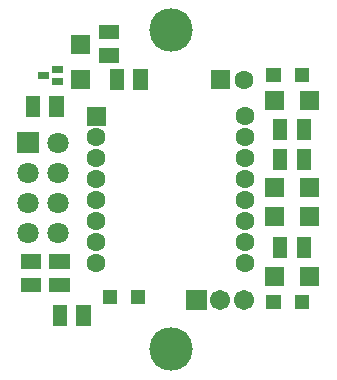
<source format=gts>
G04 Layer: TopSolderMaskLayer*
G04 EasyEDA v6.4.20.6, 2021-07-31T12:59:30+08:00*
G04 153d8ea1f4684e84bb4c1cd47195d1c2,dc0dc03e7b3a4ea6afb4baf6e71cf47e,10*
G04 Gerber Generator version 0.2*
G04 Scale: 100 percent, Rotated: No, Reflected: No *
G04 Dimensions in inches *
G04 leading zeros omitted , absolute positions ,3 integer and 6 decimal *
%FSLAX36Y36*%
%MOIN*%

%ADD29C,0.0671*%
%ADD31C,0.0631*%
%ADD36C,0.0710*%
%ADD39C,0.0631*%
%ADD40C,0.1450*%

%LPD*%
G36*
X797700Y306500D02*
G01*
X797700Y373499D01*
X864799Y373499D01*
X864799Y306500D01*
G37*
D29*
G01*
X910000Y340000D03*
G01*
X988739Y340000D03*
G36*
X879099Y1043400D02*
G01*
X879099Y1106599D01*
X942200Y1106599D01*
X942200Y1043400D01*
G37*
D31*
G01*
X989369Y1075000D03*
G36*
X1158599Y1066300D02*
G01*
X1158599Y1113699D01*
X1205900Y1113699D01*
X1205900Y1066300D01*
G37*
G36*
X1064099Y1066300D02*
G01*
X1064099Y1113699D01*
X1111400Y1113699D01*
X1111400Y1066300D01*
G37*
G36*
X1158599Y311300D02*
G01*
X1158599Y358699D01*
X1205900Y358699D01*
X1205900Y311300D01*
G37*
G36*
X1064099Y311300D02*
G01*
X1064099Y358699D01*
X1111400Y358699D01*
X1111400Y311300D01*
G37*
G36*
X613600Y326300D02*
G01*
X613600Y373699D01*
X660900Y373699D01*
X660900Y326300D01*
G37*
G36*
X519099Y326300D02*
G01*
X519099Y373699D01*
X566399Y373699D01*
X566399Y326300D01*
G37*
G36*
X340500Y366900D02*
G01*
X340500Y414299D01*
X409499Y414299D01*
X409499Y366900D01*
G37*
G36*
X340500Y445700D02*
G01*
X340500Y493099D01*
X409499Y493099D01*
X409499Y445700D01*
G37*
G36*
X245500Y366900D02*
G01*
X245500Y414299D01*
X314499Y414299D01*
X314499Y366900D01*
G37*
G36*
X245500Y445700D02*
G01*
X245500Y493099D01*
X314499Y493099D01*
X314499Y445700D01*
G37*
G36*
X541900Y1040500D02*
G01*
X541900Y1109499D01*
X589299Y1109499D01*
X589299Y1040500D01*
G37*
G36*
X620700Y1040500D02*
G01*
X620700Y1109499D01*
X668099Y1109499D01*
X668099Y1040500D01*
G37*
G36*
X505500Y1210700D02*
G01*
X505500Y1258099D01*
X574499Y1258099D01*
X574499Y1210700D01*
G37*
G36*
X505500Y1131900D02*
G01*
X505500Y1179299D01*
X574499Y1179299D01*
X574499Y1131900D01*
G37*
G36*
X1177500Y588400D02*
G01*
X1177500Y651599D01*
X1240600Y651599D01*
X1240600Y588400D01*
G37*
G36*
X1059399Y588400D02*
G01*
X1059399Y651599D01*
X1122500Y651599D01*
X1122500Y588400D01*
G37*
G36*
X1177500Y683400D02*
G01*
X1177500Y746599D01*
X1240600Y746599D01*
X1240600Y683400D01*
G37*
G36*
X1059399Y683400D02*
G01*
X1059399Y746599D01*
X1122500Y746599D01*
X1122500Y683400D01*
G37*
G36*
X261900Y950500D02*
G01*
X261900Y1019499D01*
X309299Y1019499D01*
X309299Y950500D01*
G37*
G36*
X340700Y950500D02*
G01*
X340700Y1019499D01*
X388099Y1019499D01*
X388099Y950500D01*
G37*
G36*
X234499Y829499D02*
G01*
X234499Y900500D01*
X305500Y900500D01*
X305500Y829499D01*
G37*
D36*
G01*
X370000Y865000D03*
G01*
X270000Y765000D03*
G01*
X370000Y765000D03*
G01*
X270000Y665000D03*
G01*
X370000Y665000D03*
G01*
X270000Y565000D03*
G01*
X370000Y565000D03*
G36*
X350799Y1058099D02*
G01*
X350799Y1081900D01*
X386399Y1081900D01*
X386399Y1058099D01*
G37*
G36*
X350799Y1098099D02*
G01*
X350799Y1121900D01*
X386399Y1121900D01*
X386399Y1098099D01*
G37*
G36*
X303600Y1078099D02*
G01*
X303600Y1101900D01*
X339200Y1101900D01*
X339200Y1078099D01*
G37*
G36*
X413400Y1162500D02*
G01*
X413400Y1225599D01*
X476599Y1225599D01*
X476599Y1162500D01*
G37*
G36*
X413400Y1044400D02*
G01*
X413400Y1107500D01*
X476599Y1107500D01*
X476599Y1044400D01*
G37*
G36*
X465399Y922100D02*
G01*
X465399Y985300D01*
X528499Y985300D01*
X528499Y922100D01*
G37*
D39*
G01*
X496970Y883620D03*
G01*
X496970Y813539D03*
G01*
X496970Y743460D03*
G01*
X496970Y673389D03*
G01*
X496970Y603310D03*
G01*
X496970Y533229D03*
G01*
X496970Y463150D03*
G01*
X993029Y463150D03*
G01*
X993029Y533229D03*
G01*
X993029Y603310D03*
G01*
X993029Y673389D03*
G01*
X993029Y743460D03*
G01*
X993029Y813539D03*
G01*
X993029Y883620D03*
G01*
X993029Y953699D03*
G36*
X1086899Y480500D02*
G01*
X1086899Y549499D01*
X1134300Y549499D01*
X1134300Y480500D01*
G37*
G36*
X1165699Y480500D02*
G01*
X1165699Y549499D01*
X1213100Y549499D01*
X1213100Y480500D01*
G37*
G36*
X1086899Y775500D02*
G01*
X1086899Y844499D01*
X1134300Y844499D01*
X1134300Y775500D01*
G37*
G36*
X1165699Y775500D02*
G01*
X1165699Y844499D01*
X1213100Y844499D01*
X1213100Y775500D01*
G37*
G36*
X351900Y255500D02*
G01*
X351900Y324499D01*
X399299Y324499D01*
X399299Y255500D01*
G37*
G36*
X430700Y255500D02*
G01*
X430700Y324499D01*
X478099Y324499D01*
X478099Y255500D01*
G37*
G36*
X1086899Y875500D02*
G01*
X1086899Y944499D01*
X1134300Y944499D01*
X1134300Y875500D01*
G37*
G36*
X1165699Y875500D02*
G01*
X1165699Y944499D01*
X1213100Y944499D01*
X1213100Y875500D01*
G37*
G36*
X1177500Y388400D02*
G01*
X1177500Y451599D01*
X1240600Y451599D01*
X1240600Y388400D01*
G37*
G36*
X1059399Y388400D02*
G01*
X1059399Y451599D01*
X1122500Y451599D01*
X1122500Y388400D01*
G37*
G36*
X1177500Y973400D02*
G01*
X1177500Y1036599D01*
X1240600Y1036599D01*
X1240600Y973400D01*
G37*
G36*
X1059399Y973400D02*
G01*
X1059399Y1036599D01*
X1122500Y1036599D01*
X1122500Y973400D01*
G37*
D40*
G01*
X745000Y177010D03*
G01*
X745000Y1240000D03*
M02*

</source>
